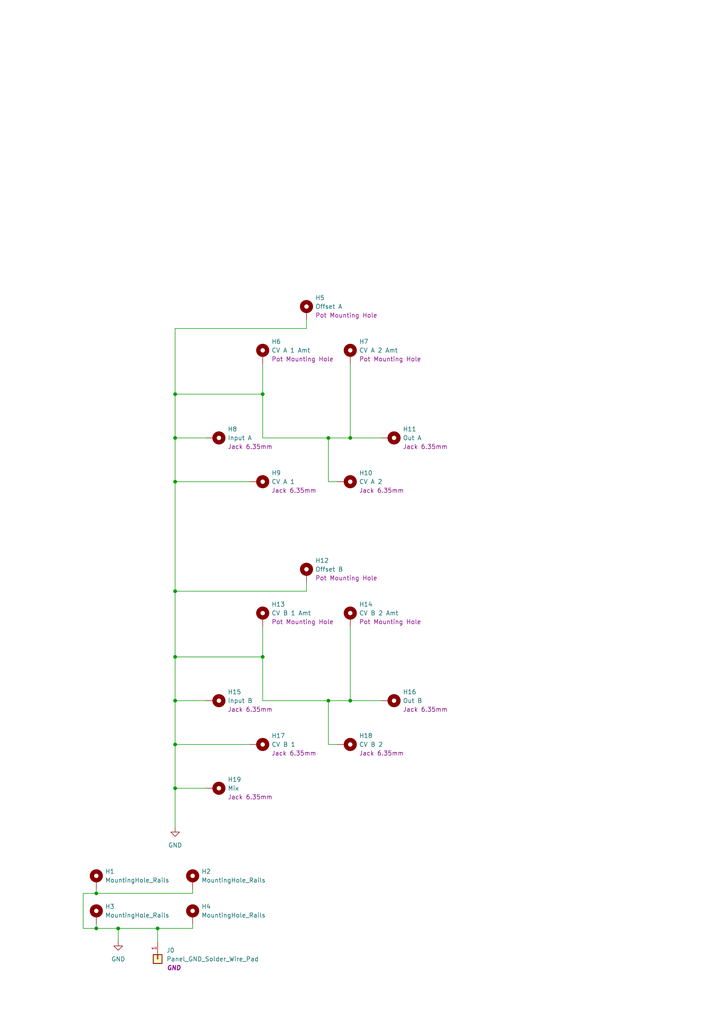
<source format=kicad_sch>
(kicad_sch (version 20250114) (generator "eeschema") (generator_version "9.0")
  (paper "A4" portrait)
  (title_block (title "Kosmo Format Front Panel - 5 cm") (company "DMH Instruments"))
  (lib_symbols
    (symbol "SynthStuff:MountingHole_Jack6.35mm_v2" (pin_numbers (hide yes)) (pin_names (offset 1.016) (hide yes)) (exclude_from_sim yes) (in_bom no)
      (property "Reference" "H" (at 0 5.08 0))
      (property "Value" "SIGNAL NAME" (at 0 3.175 0))
      (property "Description" "Jack 6.35mm" (at 0 -3.048 0))
      (symbol "MountingHole_Jack6.35mm_v2_0_1"
        (circle (center 0 0) (radius 1.27) (stroke (width 1.27)))
      )
      (symbol "MountingHole_Jack6.35mm_v2_1_1"
        (pin input line (at -3.81 0 0) (length 2.54) (name "1") (number "1"))
      )
    )
    (symbol "SynthStuff:MountingHole_Pot" (pin_numbers (hide yes)) (pin_names (offset 1.016) (hide yes)) (exclude_from_sim yes)
      (property "Reference" "H" (at 0 6.35 0))
      (property "Value" "Function" (at 0 4.445 0))
      (property "Description" "Pot Mounting Hole" (at 0 0 0))
      (symbol "MountingHole_Pot_0_1"
        (circle (center 0 1.27) (radius 1.27) (stroke (width 1.27)))
      )
      (symbol "MountingHole_Pot_1_1"
        (pin input line (at 0 -2.54 90) (length 2.54) (name "1") (number "1"))
      )
    )
    (symbol "SynthStuff:MountingHole_Rails" (pin_numbers (hide yes)) (pin_names (offset 1.016) (hide yes)) (exclude_from_sim yes) (in_bom no)
      (property "Reference" "H" (at 0 6.35 0))
      (property "Value" "MountingHole_Rails" (at 0 4.445 0))
      (symbol "MountingHole_Rails_0_1"
        (circle (center 0 1.27) (radius 1.27) (stroke (width 1.27)))
      )
      (symbol "MountingHole_Rails_1_1"
        (pin input line (at 0 -2.54 90) (length 2.54) (name "1") (number "1"))
      )
    )
    (symbol "SynthStuff:Panel_GND_Solder_Wire_Pad" (pin_names (offset 1.016) (hide yes)) (in_bom no)
      (property "Reference" "J" (at 0 2.54 0))
      (property "Value" "Panel_GND_Solder_Wire_Pad" (at 0 -5.08 0))
      (property "Function" "Panel GND" (at 0 -2.794 0))
      (symbol "Panel_GND_Solder_Wire_Pad_1_1"
        (rectangle (start -1.27 1.27) (end 1.27 -1.27) (stroke (width 0.254)) (fill (type background)))
        (rectangle (start -1.27 0.127) (end 0 -0.127) (stroke (width 0.1524)))
        (pin power_out line (at -5.08 0 0) (length 3.81) (name "Pin_1") (number "1"))
      )
    )
    (symbol "power:GND" (power) (pin_numbers (hide yes)) (pin_names (offset 0) (hide yes))
      (property "Value" "GND" (at 0 -3.81 0))
      (symbol "GND_0_1"
        (polyline (pts (xy 0 0) (xy 0 -1.27) (xy 1.27 -1.27) (xy 0 -2.54) (xy -1.27 -1.27) (xy 0 -1.27)))
      )
      (symbol "GND_1_1"
        (pin power_in line (at 0 0 270) (length 0) (name "~") (number "1"))
      )
    )
  )
  (junction (at 34.29 269.24))
  (junction (at 50.8 139.7))
  (junction (at 50.8 203.2))
  (junction (at 101.6 127))
  (junction (at 45.72 269.24))
  (junction (at 95.25 127))
  (junction (at 95.25 203.2))
  (junction (at 27.94 269.24))
  (junction (at 50.8 228.6))
  (junction (at 50.8 215.9))
  (junction (at 101.6 203.2))
  (junction (at 76.2 190.5))
  (junction (at 50.8 171.45))
  (junction (at 27.94 259.08))
  (junction (at 50.8 190.5))
  (junction (at 50.8 127))
  (junction (at 50.8 114.3))
  (junction (at 76.2 114.3))
  (wire (pts (xy 50.8 215.9) (xy 50.8 203.2)))
  (wire (pts (xy 97.79 139.7) (xy 95.25 139.7)))
  (wire (pts (xy 95.25 127) (xy 95.25 139.7)))
  (wire (pts (xy 101.6 127) (xy 110.49 127)))
  (wire (pts (xy 55.88 267.97) (xy 55.88 269.24)))
  (wire (pts (xy 101.6 203.2) (xy 110.49 203.2)))
  (wire (pts (xy 72.39 139.7) (xy 50.8 139.7)))
  (wire (pts (xy 50.8 215.9) (xy 50.8 228.6)))
  (wire (pts (xy 27.94 259.08) (xy 55.88 259.08)))
  (wire (pts (xy 27.94 269.24) (xy 27.94 267.97)))
  (wire (pts (xy 50.8 203.2) (xy 50.8 190.5)))
  (wire (pts (xy 24.13 269.24) (xy 27.94 269.24)))
  (wire (pts (xy 88.9 168.91) (xy 88.9 171.45)))
  (wire (pts (xy 50.8 95.25) (xy 50.8 114.3)))
  (wire (pts (xy 50.8 228.6) (xy 59.69 228.6)))
  (wire (pts (xy 76.2 190.5) (xy 76.2 203.2)))
  (wire (pts (xy 76.2 181.61) (xy 76.2 190.5)))
  (wire (pts (xy 101.6 105.41) (xy 101.6 127)))
  (wire (pts (xy 72.39 215.9) (xy 50.8 215.9)))
  (wire (pts (xy 101.6 181.61) (xy 101.6 203.2)))
  (wire (pts (xy 45.72 269.24) (xy 45.72 273.05)))
  (wire (pts (xy 97.79 215.9) (xy 95.25 215.9)))
  (wire (pts (xy 34.29 269.24) (xy 34.29 273.05)))
  (wire (pts (xy 95.25 215.9) (xy 95.25 203.2)))
  (wire (pts (xy 76.2 203.2) (xy 95.25 203.2)))
  (wire (pts (xy 50.8 190.5) (xy 76.2 190.5)))
  (wire (pts (xy 76.2 105.41) (xy 76.2 114.3)))
  (wire (pts (xy 76.2 127) (xy 95.25 127)))
  (wire (pts (xy 24.13 259.08) (xy 24.13 269.24)))
  (wire (pts (xy 88.9 95.25) (xy 50.8 95.25)))
  (wire (pts (xy 55.88 257.81) (xy 55.88 259.08)))
  (wire (pts (xy 76.2 114.3) (xy 76.2 127)))
  (wire (pts (xy 50.8 114.3) (xy 76.2 114.3)))
  (wire (pts (xy 45.72 269.24) (xy 34.29 269.24)))
  (wire (pts (xy 27.94 259.08) (xy 24.13 259.08)))
  (wire (pts (xy 50.8 228.6) (xy 50.8 240.03)))
  (wire (pts (xy 59.69 203.2) (xy 50.8 203.2)))
  (wire (pts (xy 27.94 259.08) (xy 27.94 257.81)))
  (wire (pts (xy 88.9 171.45) (xy 50.8 171.45)))
  (wire (pts (xy 50.8 139.7) (xy 50.8 171.45)))
  (wire (pts (xy 50.8 139.7) (xy 50.8 127)))
  (wire (pts (xy 95.25 203.2) (xy 101.6 203.2)))
  (wire (pts (xy 88.9 92.71) (xy 88.9 95.25)))
  (wire (pts (xy 50.8 127) (xy 50.8 114.3)))
  (wire (pts (xy 50.8 127) (xy 59.69 127)))
  (wire (pts (xy 50.8 171.45) (xy 50.8 190.5)))
  (wire (pts (xy 55.88 269.24) (xy 45.72 269.24)))
  (wire (pts (xy 95.25 127) (xy 101.6 127)))
  (wire (pts (xy 34.29 269.24) (xy 27.94 269.24)))
  (symbol (lib_id "SynthStuff:MountingHole_Rails") (at 55.88 255.27 0) (unit 1) (in_bom no)
    (property "Reference" "H2" (at 58.42 252.7299 0) (effects (justify left)))
    (property "Value" "MountingHole_Rails" (at 58.42 255.2699 0) (effects (justify left)))
    (property "Footprint" "SynthStuff:MountingHole_Rails" (effects (hide yes)))
    (property "Description" "Mounting Hole with connection" (effects (hide yes)))
  )
  (symbol (lib_id "SynthStuff:MountingHole_Pot") (at 101.6 179.07 0) (unit 1)
    (property "Reference" "H14" (at 104.14 175.2599 0) (effects (justify left)))
    (property "Value" "CV B 2 Amt" (at 104.14 177.7999 0) (effects (justify left)))
    (property "Footprint" "SynthStuff:Pot_Cutout_Tiny_attv_P110KH1" (effects (hide yes)))
    (property "Description" "Pot Mounting Hole" (at 104.14 180.3399 0) (effects (justify left)))
  )
  (symbol (lib_id "SynthStuff:MountingHole_Jack6.35mm_v2") (at 76.2 215.9 0) (unit 1) (in_bom no)
    (property "Reference" "H17" (at 78.74 213.3599 0) (effects (justify left)))
    (property "Value" "CV B 1" (at 78.74 215.8999 0) (effects (justify left)))
    (property "Footprint" "SynthStuff:Jack_6.35mm_Cutout_v3" (effects (hide yes)))
    (property "Description" "Jack 6.35mm" (at 78.74 218.4399 0) (effects (justify left)))
  )
  (symbol (lib_id "SynthStuff:MountingHole_Pot") (at 88.9 90.17 0) (unit 1)
    (property "Reference" "H5" (at 91.44 86.3599 0) (effects (justify left)))
    (property "Value" "Offset A" (at 91.44 88.8999 0) (effects (justify left)))
    (property "Footprint" "SynthStuff:Pot_Cutout_Tiny" (effects (hide yes)))
    (property "Description" "Pot Mounting Hole" (at 91.44 91.4399 0) (effects (justify left)))
  )
  (symbol (lib_id "SynthStuff:MountingHole_Jack6.35mm_v2") (at 63.5 127 0) (unit 1) (in_bom no)
    (property "Reference" "H8" (at 66.04 124.4599 0) (effects (justify left)))
    (property "Value" "Input A" (at 66.04 126.9999 0) (effects (justify left)))
    (property "Footprint" "SynthStuff:Jack_6.35mm_Cutout_v3" (effects (hide yes)))
    (property "Description" "Jack 6.35mm" (at 66.04 129.5399 0) (effects (justify left)))
  )
  (symbol (lib_id "power:GND") (at 34.29 273.05 0) (unit 1)
    (property "Reference" "#PWR01" (effects (hide yes)))
    (property "Value" "GND" (at 34.29 278.13 0))
    (property "Description" "Power symbol creates a global label with name \"GND\" , ground" (effects (hide yes)))
  )
  (symbol (lib_id "SynthStuff:MountingHole_Jack6.35mm_v2") (at 76.2 139.7 0) (unit 1) (in_bom no)
    (property "Reference" "H9" (at 78.74 137.1599 0) (effects (justify left)))
    (property "Value" "CV A 1" (at 78.74 139.6999 0) (effects (justify left)))
    (property "Footprint" "SynthStuff:Jack_6.35mm_Cutout_v3" (effects (hide yes)))
    (property "Description" "Jack 6.35mm" (at 78.74 142.2399 0) (effects (justify left)))
  )
  (symbol (lib_id "SynthStuff:MountingHole_Jack6.35mm_v2") (at 63.5 203.2 0) (unit 1) (in_bom no)
    (property "Reference" "H15" (at 66.04 200.6599 0) (effects (justify left)))
    (property "Value" "Input B" (at 66.04 203.1999 0) (effects (justify left)))
    (property "Footprint" "SynthStuff:Jack_6.35mm_Cutout_v3" (effects (hide yes)))
    (property "Description" "Jack 6.35mm" (at 66.04 205.7399 0) (effects (justify left)))
  )
  (symbol (lib_id "SynthStuff:MountingHole_Pot") (at 101.6 102.87 0) (unit 1)
    (property "Reference" "H7" (at 104.14 99.0599 0) (effects (justify left)))
    (property "Value" "CV A 2 Amt" (at 104.14 101.5999 0) (effects (justify left)))
    (property "Footprint" "SynthStuff:Pot_Cutout_Tiny_attv_P110KH1" (effects (hide yes)))
    (property "Description" "Pot Mounting Hole" (at 104.14 104.1399 0) (effects (justify left)))
  )
  (symbol (lib_id "power:GND") (at 50.8 240.03 0) (unit 1)
    (property "Reference" "#PWR02" (effects (hide yes)))
    (property "Value" "GND" (at 50.8 245.11 0))
    (property "Description" "Power symbol creates a global label with name \"GND\" , ground" (effects (hide yes)))
  )
  (symbol (lib_id "SynthStuff:MountingHole_Jack6.35mm_v2") (at 101.6 215.9 0) (unit 1) (in_bom no)
    (property "Reference" "H18" (at 104.14 213.3599 0) (effects (justify left)))
    (property "Value" "CV B 2" (at 104.14 215.8999 0) (effects (justify left)))
    (property "Footprint" "SynthStuff:Jack_6.35mm_Cutout_v3" (effects (hide yes)))
    (property "Description" "Jack 6.35mm" (at 104.14 218.4399 0) (effects (justify left)))
  )
  (symbol (lib_id "SynthStuff:MountingHole_Jack6.35mm_v2") (at 101.6 139.7 0) (unit 1) (in_bom no)
    (property "Reference" "H10" (at 104.14 137.1599 0) (effects (justify left)))
    (property "Value" "CV A 2" (at 104.14 139.6999 0) (effects (justify left)))
    (property "Footprint" "SynthStuff:Jack_6.35mm_Cutout_v3" (effects (hide yes)))
    (property "Description" "Jack 6.35mm" (at 104.14 142.2399 0) (effects (justify left)))
  )
  (symbol (lib_id "SynthStuff:MountingHole_Rails") (at 27.94 265.43 0) (unit 1) (in_bom no)
    (property "Reference" "H3" (at 30.48 262.8899 0) (effects (justify left)))
    (property "Value" "MountingHole_Rails" (at 30.48 265.4299 0) (effects (justify left)))
    (property "Footprint" "SynthStuff:MountingHole_Rails" (effects (hide yes)))
    (property "Description" "Mounting Hole with connection" (effects (hide yes)))
  )
  (symbol (lib_id "SynthStuff:MountingHole_Jack6.35mm_v2") (at 114.3 127 0) (unit 1) (in_bom no)
    (property "Reference" "H11" (at 116.84 124.4599 0) (effects (justify left)))
    (property "Value" "Out A" (at 116.84 126.9999 0) (effects (justify left)))
    (property "Footprint" "SynthStuff:Jack_6.35mm_Cutout_Output_v6" (effects (hide yes)))
    (property "Description" "Jack 6.35mm" (at 116.84 129.5399 0) (effects (justify left)))
  )
  (symbol (lib_id "SynthStuff:MountingHole_Pot") (at 76.2 102.87 0) (unit 1)
    (property "Reference" "H6" (at 78.74 99.0599 0) (effects (justify left)))
    (property "Value" "CV A 1 Amt" (at 78.74 101.5999 0) (effects (justify left)))
    (property "Footprint" "SynthStuff:Pot_Cutout_Tiny_attv_P110KH1" (effects (hide yes)))
    (property "Description" "Pot Mounting Hole" (at 78.74 104.1399 0) (effects (justify left)))
  )
  (symbol (lib_id "SynthStuff:MountingHole_Pot") (at 76.2 179.07 0) (unit 1)
    (property "Reference" "H13" (at 78.74 175.2599 0) (effects (justify left)))
    (property "Value" "CV B 1 Amt" (at 78.74 177.7999 0) (effects (justify left)))
    (property "Footprint" "SynthStuff:Pot_Cutout_Tiny_attv_P110KH1" (effects (hide yes)))
    (property "Description" "Pot Mounting Hole" (at 78.74 180.3399 0) (effects (justify left)))
  )
  (symbol (lib_id "SynthStuff:MountingHole_Jack6.35mm_v2") (at 63.5 228.6 0) (unit 1) (in_bom no)
    (property "Reference" "H19" (at 66.04 226.0599 0) (effects (justify left)))
    (property "Value" "Mix" (at 66.04 228.5999 0) (effects (justify left)))
    (property "Footprint" "SynthStuff:Jack_6.35mm_Cutout_Output_v6" (effects (hide yes)))
    (property "Description" "Jack 6.35mm" (at 66.04 231.1399 0) (effects (justify left)))
  )
  (symbol (lib_id "SynthStuff:MountingHole_Rails") (at 55.88 265.43 0) (unit 1) (in_bom no)
    (property "Reference" "H4" (at 58.42 262.8899 0) (effects (justify left)))
    (property "Value" "MountingHole_Rails" (at 58.42 265.4299 0) (effects (justify left)))
    (property "Footprint" "SynthStuff:MountingHole_Rails" (effects (hide yes)))
    (property "Description" "Mounting Hole with connection" (effects (hide yes)))
  )
  (symbol (lib_id "SynthStuff:Panel_GND_Solder_Wire_Pad") (at 45.72 278.13 270) (unit 1) (in_bom no)
    (property "Reference" "J0" (at 48.26 275.5899 90) (effects (justify left)))
    (property "Value" "Panel_GND_Solder_Wire_Pad" (at 48.26 278.1299 90) (effects (justify left)))
    (property "Footprint" "SynthStuff:Panel_GND_SolderWirePad_5x10mm" (effects (hide yes)))
    (property "Description" "Solder pad to allow connection between PCB and Front Panel" (effects (hide yes)))
    (property "Function" "GND" (at 48.26 280.67 90) (effects (font (thickness 0.254) (bold yes) (italic yes)) (justify left)))
  )
  (symbol (lib_id "SynthStuff:MountingHole_Pot") (at 88.9 166.37 0) (unit 1)
    (property "Reference" "H12" (at 91.44 162.5599 0) (effects (justify left)))
    (property "Value" "Offset B" (at 91.44 165.0999 0) (effects (justify left)))
    (property "Footprint" "SynthStuff:Pot_Cutout_Tiny" (effects (hide yes)))
    (property "Description" "Pot Mounting Hole" (at 91.44 167.6399 0) (effects (justify left)))
  )
  (symbol (lib_id "SynthStuff:MountingHole_Jack6.35mm_v2") (at 114.3 203.2 0) (unit 1) (in_bom no)
    (property "Reference" "H16" (at 116.84 200.6599 0) (effects (justify left)))
    (property "Value" "Out B" (at 116.84 203.1999 0) (effects (justify left)))
    (property "Footprint" "SynthStuff:Jack_6.35mm_Cutout_Output_v6" (effects (hide yes)))
    (property "Description" "Jack 6.35mm" (at 116.84 205.7399 0) (effects (justify left)))
  )
  (symbol (lib_id "SynthStuff:MountingHole_Rails") (at 27.94 255.27 0) (unit 1) (in_bom no)
    (property "Reference" "H1" (at 30.48 252.7299 0) (effects (justify left)))
    (property "Value" "MountingHole_Rails" (at 30.48 255.2699 0) (effects (justify left)))
    (property "Footprint" "SynthStuff:MountingHole_Rails" (effects (hide yes)))
    (property "Description" "Mounting Hole with connection" (effects (hide yes)))
  )
)
</source>
